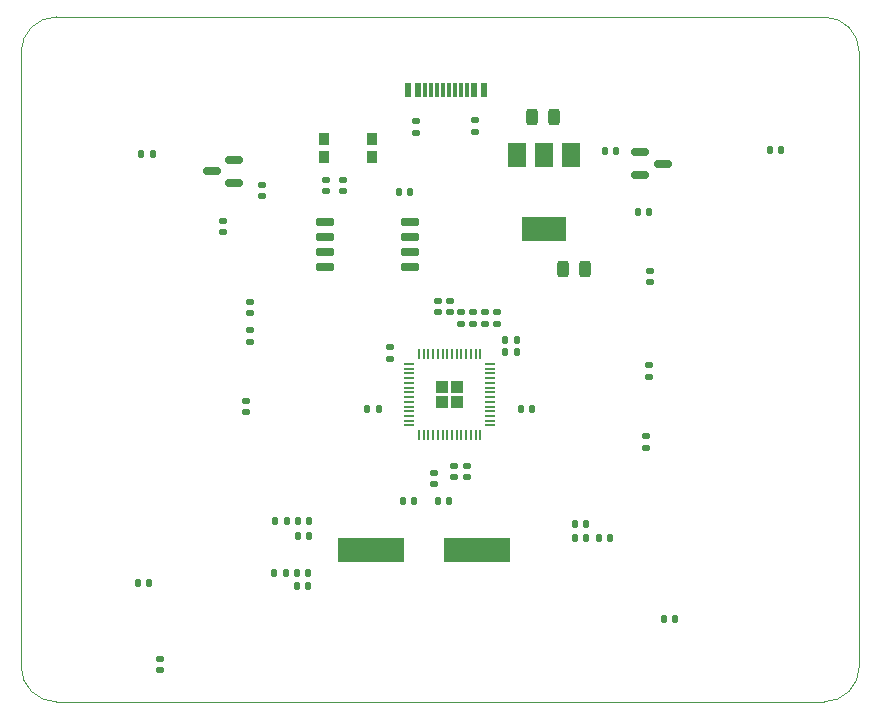
<source format=gbr>
%TF.GenerationSoftware,KiCad,Pcbnew,(6.0.8)*%
%TF.CreationDate,2023-02-03T15:48:26-08:00*%
%TF.ProjectId,RP2040_minimal,52503230-3430-45f6-9d69-6e696d616c2e,REV1*%
%TF.SameCoordinates,Original*%
%TF.FileFunction,Paste,Top*%
%TF.FilePolarity,Positive*%
%FSLAX46Y46*%
G04 Gerber Fmt 4.6, Leading zero omitted, Abs format (unit mm)*
G04 Created by KiCad (PCBNEW (6.0.8)) date 2023-02-03 15:48:26*
%MOMM*%
%LPD*%
G01*
G04 APERTURE LIST*
G04 Aperture macros list*
%AMRoundRect*
0 Rectangle with rounded corners*
0 $1 Rounding radius*
0 $2 $3 $4 $5 $6 $7 $8 $9 X,Y pos of 4 corners*
0 Add a 4 corners polygon primitive as box body*
4,1,4,$2,$3,$4,$5,$6,$7,$8,$9,$2,$3,0*
0 Add four circle primitives for the rounded corners*
1,1,$1+$1,$2,$3*
1,1,$1+$1,$4,$5*
1,1,$1+$1,$6,$7*
1,1,$1+$1,$8,$9*
0 Add four rect primitives between the rounded corners*
20,1,$1+$1,$2,$3,$4,$5,0*
20,1,$1+$1,$4,$5,$6,$7,0*
20,1,$1+$1,$6,$7,$8,$9,0*
20,1,$1+$1,$8,$9,$2,$3,0*%
G04 Aperture macros list end*
%TA.AperFunction,Profile*%
%ADD10C,0.010000*%
%TD*%
%ADD11R,0.600000X1.160000*%
%ADD12R,0.300000X1.160000*%
%ADD13RoundRect,0.243750X-0.243750X-0.456250X0.243750X-0.456250X0.243750X0.456250X-0.243750X0.456250X0*%
%ADD14RoundRect,0.147500X0.172500X-0.147500X0.172500X0.147500X-0.172500X0.147500X-0.172500X-0.147500X0*%
%ADD15RoundRect,0.147500X0.147500X0.172500X-0.147500X0.172500X-0.147500X-0.172500X0.147500X-0.172500X0*%
%ADD16RoundRect,0.147500X-0.172500X0.147500X-0.172500X-0.147500X0.172500X-0.147500X0.172500X0.147500X0*%
%ADD17R,1.500000X2.000000*%
%ADD18R,3.800000X2.000000*%
%ADD19RoundRect,0.150000X-0.650000X-0.150000X0.650000X-0.150000X0.650000X0.150000X-0.650000X0.150000X0*%
%ADD20RoundRect,0.147500X-0.147500X-0.172500X0.147500X-0.172500X0.147500X0.172500X-0.147500X0.172500X0*%
%ADD21RoundRect,0.250000X-0.292217X-0.292217X0.292217X-0.292217X0.292217X0.292217X-0.292217X0.292217X0*%
%ADD22RoundRect,0.050000X-0.387500X-0.050000X0.387500X-0.050000X0.387500X0.050000X-0.387500X0.050000X0*%
%ADD23RoundRect,0.050000X-0.050000X-0.387500X0.050000X-0.387500X0.050000X0.387500X-0.050000X0.387500X0*%
%ADD24R,5.600000X2.100000*%
%ADD25RoundRect,0.140000X-0.140000X-0.170000X0.140000X-0.170000X0.140000X0.170000X-0.140000X0.170000X0*%
%ADD26RoundRect,0.140000X0.140000X0.170000X-0.140000X0.170000X-0.140000X-0.170000X0.140000X-0.170000X0*%
%ADD27RoundRect,0.140000X0.170000X-0.140000X0.170000X0.140000X-0.170000X0.140000X-0.170000X-0.140000X0*%
%ADD28RoundRect,0.150000X-0.587500X-0.150000X0.587500X-0.150000X0.587500X0.150000X-0.587500X0.150000X0*%
%ADD29RoundRect,0.140000X-0.170000X0.140000X-0.170000X-0.140000X0.170000X-0.140000X0.170000X0.140000X0*%
%ADD30R,0.900000X1.000000*%
%ADD31RoundRect,0.135000X-0.185000X0.135000X-0.185000X-0.135000X0.185000X-0.135000X0.185000X0.135000X0*%
%ADD32RoundRect,0.150000X0.587500X0.150000X-0.587500X0.150000X-0.587500X-0.150000X0.587500X-0.150000X0*%
G04 APERTURE END LIST*
D10*
X63711300Y-123000000D02*
G75*
G03*
X66711320Y-126000000I3000000J0D01*
G01*
X63711320Y-123000000D02*
X63711320Y-71010000D01*
X66711320Y-126000000D02*
X131690000Y-126000000D01*
X134690000Y-71010000D02*
X134690000Y-123000000D01*
X134690000Y-71010000D02*
G75*
G03*
X131690000Y-68010000I-3000000J0D01*
G01*
X131690000Y-126000000D02*
G75*
G03*
X134690000Y-123000000I0J3000000D01*
G01*
X66711320Y-68010020D02*
G75*
G03*
X63711320Y-71010000I-20J-2999980D01*
G01*
X66711320Y-68010000D02*
X131690000Y-68010000D01*
D11*
%TO.C,J1*%
X102900000Y-74210000D03*
X102100000Y-74210000D03*
D12*
X100950000Y-74210000D03*
X99950000Y-74210000D03*
X99450000Y-74210000D03*
X98450000Y-74210000D03*
D11*
X97300000Y-74210000D03*
X96500000Y-74210000D03*
X96500000Y-74210000D03*
X97300000Y-74210000D03*
D12*
X97950000Y-74210000D03*
X98950000Y-74210000D03*
X100450000Y-74210000D03*
X101450000Y-74210000D03*
D11*
X102100000Y-74210000D03*
X102900000Y-74210000D03*
%TD*%
D13*
%TO.C,C4*%
X109622500Y-89350000D03*
X111497500Y-89350000D03*
%TD*%
D14*
%TO.C,C10*%
X104000000Y-94000000D03*
X104000000Y-93030000D03*
%TD*%
%TO.C,C8*%
X103000000Y-94000000D03*
X103000000Y-93030000D03*
%TD*%
D15*
%TO.C,C13*%
X94000000Y-101200000D03*
X93030000Y-101200000D03*
%TD*%
%TO.C,C5*%
X96670000Y-82830000D03*
X95700000Y-82830000D03*
%TD*%
D16*
%TO.C,R2*%
X91010000Y-81815000D03*
X91010000Y-82785000D03*
%TD*%
D17*
%TO.C,U1*%
X110300000Y-79700000D03*
X108000000Y-79700000D03*
D18*
X108000000Y-86000000D03*
D17*
X105700000Y-79700000D03*
%TD*%
D19*
%TO.C,U2*%
X89450000Y-85370000D03*
X89450000Y-86640000D03*
X89450000Y-87910000D03*
X89450000Y-89180000D03*
X96650000Y-89180000D03*
X96650000Y-87910000D03*
X96650000Y-86640000D03*
X96650000Y-85370000D03*
%TD*%
D20*
%TO.C,C3*%
X99000000Y-109000000D03*
X99970000Y-109000000D03*
%TD*%
D14*
%TO.C,R1*%
X89510000Y-82785000D03*
X89510000Y-81815000D03*
%TD*%
%TO.C,C9*%
X100000000Y-93000000D03*
X100000000Y-92030000D03*
%TD*%
D20*
%TO.C,C12*%
X106000000Y-101200000D03*
X106970000Y-101200000D03*
%TD*%
D16*
%TO.C,C14*%
X100381000Y-106000000D03*
X100381000Y-106970000D03*
%TD*%
%TO.C,R3*%
X101000000Y-93030000D03*
X101000000Y-94000000D03*
%TD*%
%TO.C,C7*%
X101500000Y-106000000D03*
X101500000Y-106970000D03*
%TD*%
D13*
%TO.C,C1*%
X107000000Y-76500000D03*
X108875000Y-76500000D03*
%TD*%
D14*
%TO.C,C11*%
X94980000Y-96940000D03*
X94980000Y-95970000D03*
%TD*%
D20*
%TO.C,C16*%
X104700000Y-95350000D03*
X105670000Y-95350000D03*
%TD*%
D21*
%TO.C,U3*%
X100637500Y-99362500D03*
X99362500Y-100637500D03*
X100637500Y-100637500D03*
X99362500Y-99362500D03*
D22*
X96562500Y-97400000D03*
X96562500Y-97800000D03*
X96562500Y-98200000D03*
X96562500Y-98600000D03*
X96562500Y-99000000D03*
X96562500Y-99400000D03*
X96562500Y-99800000D03*
X96562500Y-100200000D03*
X96562500Y-100600000D03*
X96562500Y-101000000D03*
X96562500Y-101400000D03*
X96562500Y-101800000D03*
X96562500Y-102200000D03*
X96562500Y-102600000D03*
D23*
X97400000Y-103437500D03*
X97800000Y-103437500D03*
X98200000Y-103437500D03*
X98600000Y-103437500D03*
X99000000Y-103437500D03*
X99400000Y-103437500D03*
X99800000Y-103437500D03*
X100200000Y-103437500D03*
X100600000Y-103437500D03*
X101000000Y-103437500D03*
X101400000Y-103437500D03*
X101800000Y-103437500D03*
X102200000Y-103437500D03*
X102600000Y-103437500D03*
D22*
X103437500Y-102600000D03*
X103437500Y-102200000D03*
X103437500Y-101800000D03*
X103437500Y-101400000D03*
X103437500Y-101000000D03*
X103437500Y-100600000D03*
X103437500Y-100200000D03*
X103437500Y-99800000D03*
X103437500Y-99400000D03*
X103437500Y-99000000D03*
X103437500Y-98600000D03*
X103437500Y-98200000D03*
X103437500Y-97800000D03*
X103437500Y-97400000D03*
D23*
X102600000Y-96562500D03*
X102200000Y-96562500D03*
X101800000Y-96562500D03*
X101400000Y-96562500D03*
X101000000Y-96562500D03*
X100600000Y-96562500D03*
X100200000Y-96562500D03*
X99800000Y-96562500D03*
X99400000Y-96562500D03*
X99000000Y-96562500D03*
X98600000Y-96562500D03*
X98200000Y-96562500D03*
X97800000Y-96562500D03*
X97400000Y-96562500D03*
%TD*%
D15*
%TO.C,C2*%
X97000000Y-109000000D03*
X96030000Y-109000000D03*
%TD*%
D16*
%TO.C,R4*%
X102000000Y-93030000D03*
X102000000Y-94000000D03*
%TD*%
D14*
%TO.C,C6*%
X99000000Y-93000000D03*
X99000000Y-92030000D03*
%TD*%
D20*
%TO.C,C15*%
X104700000Y-96390000D03*
X105670000Y-96390000D03*
%TD*%
D16*
%TO.C,R5*%
X98700000Y-106630000D03*
X98700000Y-107600000D03*
%TD*%
D24*
%TO.C,Y1*%
X93341000Y-113116000D03*
X102341000Y-113116000D03*
%TD*%
D25*
%TO.C,C20*%
X73580000Y-115950000D03*
X74540000Y-115950000D03*
%TD*%
D26*
%TO.C,R24*%
X74870000Y-79600000D03*
X73910000Y-79600000D03*
%TD*%
D25*
%TO.C,R12*%
X85150000Y-115090000D03*
X86110000Y-115090000D03*
%TD*%
D27*
%TO.C,R19*%
X116840000Y-98480000D03*
X116840000Y-97520000D03*
%TD*%
D28*
%TO.C,Q1*%
X116152500Y-79475000D03*
X116152500Y-81375000D03*
X118027500Y-80425000D03*
%TD*%
D27*
%TO.C,R21*%
X84090000Y-83180000D03*
X84090000Y-82220000D03*
%TD*%
D26*
%TO.C,R9*%
X111540000Y-112150000D03*
X110580000Y-112150000D03*
%TD*%
D29*
%TO.C,R23*%
X82770000Y-100500000D03*
X82770000Y-101460000D03*
%TD*%
D26*
%TO.C,C18*%
X111540000Y-110950000D03*
X110580000Y-110950000D03*
%TD*%
D30*
%TO.C,SW1*%
X93460000Y-78310000D03*
X89360000Y-78310000D03*
X93460000Y-79910000D03*
X89360000Y-79910000D03*
%TD*%
D29*
%TO.C,R22*%
X116590000Y-103510000D03*
X116590000Y-104470000D03*
%TD*%
D31*
%TO.C,R7*%
X97130000Y-76800000D03*
X97130000Y-77820000D03*
%TD*%
D25*
%TO.C,C21*%
X87140000Y-111960000D03*
X88100000Y-111960000D03*
%TD*%
%TO.C,C24*%
X87060000Y-116170000D03*
X88020000Y-116170000D03*
%TD*%
%TO.C,R18*%
X115910000Y-84530000D03*
X116870000Y-84530000D03*
%TD*%
D29*
%TO.C,R25*%
X80800000Y-85280000D03*
X80800000Y-86240000D03*
%TD*%
%TO.C,C23*%
X75440000Y-122370000D03*
X75440000Y-123330000D03*
%TD*%
D25*
%TO.C,R16*%
X113120000Y-79325000D03*
X114080000Y-79325000D03*
%TD*%
%TO.C,R17*%
X127110000Y-79300000D03*
X128070000Y-79300000D03*
%TD*%
D29*
%TO.C,R15*%
X83100000Y-92140000D03*
X83100000Y-93100000D03*
%TD*%
D25*
%TO.C,R11*%
X87170000Y-110700000D03*
X88130000Y-110700000D03*
%TD*%
D27*
%TO.C,R20*%
X83100000Y-95500000D03*
X83100000Y-94540000D03*
%TD*%
D29*
%TO.C,R14*%
X116930000Y-89500000D03*
X116930000Y-90460000D03*
%TD*%
D25*
%TO.C,R10*%
X85230000Y-110700000D03*
X86190000Y-110700000D03*
%TD*%
D32*
%TO.C,Q2*%
X81727500Y-82050000D03*
X81727500Y-80150000D03*
X79852500Y-81100000D03*
%TD*%
D25*
%TO.C,R13*%
X87080000Y-115080000D03*
X88040000Y-115080000D03*
%TD*%
D31*
%TO.C,R6*%
X102120000Y-76770000D03*
X102120000Y-77790000D03*
%TD*%
D26*
%TO.C,R8*%
X113570000Y-112160000D03*
X112610000Y-112160000D03*
%TD*%
D25*
%TO.C,C17*%
X118110000Y-119000000D03*
X119070000Y-119000000D03*
%TD*%
M02*

</source>
